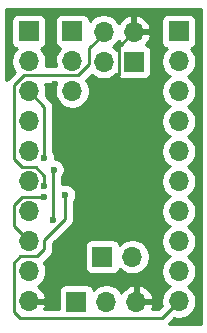
<source format=gbl>
G04 #@! TF.GenerationSoftware,KiCad,Pcbnew,(5.1.8)-1*
G04 #@! TF.CreationDate,2021-06-06T22:48:37+01:00*
G04 #@! TF.ProjectId,qfn-practice,71666e2d-7072-4616-9374-6963652e6b69,rev?*
G04 #@! TF.SameCoordinates,Original*
G04 #@! TF.FileFunction,Copper,L2,Bot*
G04 #@! TF.FilePolarity,Positive*
%FSLAX46Y46*%
G04 Gerber Fmt 4.6, Leading zero omitted, Abs format (unit mm)*
G04 Created by KiCad (PCBNEW (5.1.8)-1) date 2021-06-06 22:48:37*
%MOMM*%
%LPD*%
G01*
G04 APERTURE LIST*
G04 #@! TA.AperFunction,ComponentPad*
%ADD10R,1.700000X1.700000*%
G04 #@! TD*
G04 #@! TA.AperFunction,ComponentPad*
%ADD11O,1.700000X1.700000*%
G04 #@! TD*
G04 #@! TA.AperFunction,ViaPad*
%ADD12C,0.600000*%
G04 #@! TD*
G04 #@! TA.AperFunction,Conductor*
%ADD13C,0.250000*%
G04 #@! TD*
G04 #@! TA.AperFunction,Conductor*
%ADD14C,0.254000*%
G04 #@! TD*
G04 #@! TA.AperFunction,Conductor*
%ADD15C,0.100000*%
G04 #@! TD*
G04 APERTURE END LIST*
D10*
G04 #@! TO.P,J1,1*
G04 #@! TO.N,+3V3*
X162560000Y-58420000D03*
D11*
G04 #@! TO.P,J1,2*
G04 #@! TO.N,/P19*
X162560000Y-60960000D03*
G04 #@! TO.P,J1,3*
G04 #@! TO.N,/P18*
X162560000Y-63500000D03*
G04 #@! TO.P,J1,4*
G04 #@! TO.N,/AT_VCC_ST_PA10*
X162560000Y-66040000D03*
G04 #@! TO.P,J1,5*
G04 #@! TO.N,/AT_PB2_ST_PA9*
X162560000Y-68580000D03*
G04 #@! TO.P,J1,6*
G04 #@! TO.N,/AT_PB1_ST_VDD*
X162560000Y-71120000D03*
G04 #@! TO.P,J1,7*
G04 #@! TO.N,/AT_PB0_ST_GND*
X162560000Y-73660000D03*
G04 #@! TO.P,J1,8*
G04 #@! TO.N,/P13*
X162560000Y-76200000D03*
G04 #@! TO.P,J1,9*
G04 #@! TO.N,/P12*
X162560000Y-78740000D03*
G04 #@! TO.P,J1,10*
G04 #@! TO.N,/P11*
X162560000Y-81280000D03*
G04 #@! TD*
G04 #@! TO.P,J2,10*
G04 #@! TO.N,GND*
X149860000Y-81280000D03*
G04 #@! TO.P,J2,9*
G04 #@! TO.N,/P9*
X149860000Y-78740000D03*
G04 #@! TO.P,J2,8*
G04 #@! TO.N,/P8*
X149860000Y-76200000D03*
G04 #@! TO.P,J2,7*
G04 #@! TO.N,/AT_GND_ST_PA5*
X149860000Y-73660000D03*
G04 #@! TO.P,J2,6*
G04 #@! TO.N,/AT_PB4_ST_PA0*
X149860000Y-71120000D03*
G04 #@! TO.P,J2,5*
G04 #@! TO.N,/AT_PB3_ST_PF1*
X149860000Y-68580000D03*
G04 #@! TO.P,J2,4*
G04 #@! TO.N,/AT_PB5_!RESET_ST_PF0*
X149860000Y-66040000D03*
G04 #@! TO.P,J2,3*
G04 #@! TO.N,/P3*
X149860000Y-63500000D03*
G04 #@! TO.P,J2,2*
G04 #@! TO.N,/P2*
X149860000Y-60960000D03*
D10*
G04 #@! TO.P,J2,1*
G04 #@! TO.N,/P1*
X149860000Y-58420000D03*
G04 #@! TD*
G04 #@! TO.P,J3,1*
G04 #@! TO.N,+3V3*
X153900000Y-81300000D03*
D11*
G04 #@! TO.P,J3,2*
G04 #@! TO.N,/ST_BOOT0*
X156440000Y-81300000D03*
G04 #@! TO.P,J3,3*
G04 #@! TO.N,GND*
X158980000Y-81300000D03*
G04 #@! TD*
D10*
G04 #@! TO.P,J5,1*
G04 #@! TO.N,/ST_PA6*
X156100000Y-77500000D03*
D11*
G04 #@! TO.P,J5,2*
G04 #@! TO.N,/ST_PA7*
X158640000Y-77500000D03*
G04 #@! TD*
D10*
G04 #@! TO.P,J7,1*
G04 #@! TO.N,/ST_PB3_SCK*
X153550000Y-58400000D03*
D11*
G04 #@! TO.P,J7,2*
G04 #@! TO.N,/ST_PB4_MISO*
X153550000Y-60940000D03*
G04 #@! TO.P,J7,3*
G04 #@! TO.N,/ST_PB5_MOSI*
X153550000Y-63480000D03*
G04 #@! TD*
D10*
G04 #@! TO.P,J4,1*
G04 #@! TO.N,/ST_USART-TX*
X158740000Y-61000000D03*
D11*
G04 #@! TO.P,J4,2*
G04 #@! TO.N,/ST_USART-RX*
X156200000Y-61000000D03*
G04 #@! TO.P,J4,3*
G04 #@! TO.N,GND*
X158740000Y-58460000D03*
G04 #@! TO.P,J4,4*
G04 #@! TO.N,/ST_PA1*
X156200000Y-58460000D03*
G04 #@! TD*
D12*
G04 #@! TO.N,GND*
X154300000Y-69000000D03*
X156100000Y-69000000D03*
X156100000Y-70700000D03*
X154300000Y-70700000D03*
X155700000Y-79400000D03*
X158950000Y-79350000D03*
X159950000Y-63150000D03*
X160550000Y-73750000D03*
X158550000Y-65300000D03*
X158500000Y-73900000D03*
X155050000Y-74600000D03*
X153600000Y-79100000D03*
X151400000Y-79400000D03*
X151950000Y-80850000D03*
X164000000Y-82800000D03*
X160500000Y-56900000D03*
X151700000Y-57800000D03*
X151700000Y-59100000D03*
X148300000Y-56800000D03*
X157300000Y-62300000D03*
X153824990Y-76700000D03*
X152125010Y-62899994D03*
X152125010Y-61300000D03*
G04 #@! TO.N,+3V3*
X151900000Y-74400000D03*
X151971408Y-70128584D03*
G04 #@! TO.N,/P11*
X152950000Y-72250000D03*
G04 #@! TO.N,/P8*
X151193413Y-72406587D03*
G04 #@! TO.N,/P3*
X151183969Y-69175953D03*
G04 #@! TO.N,/ST_PA1*
X151187108Y-71475010D03*
G04 #@! TD*
D13*
G04 #@! TO.N,GND*
X158740000Y-58460000D02*
X157500000Y-59700000D01*
X157500000Y-62100000D02*
X157300000Y-62300000D01*
X157500000Y-59700000D02*
X157500000Y-62100000D01*
G04 #@! TO.N,+3V3*
X151900000Y-74400000D02*
X151900000Y-70199992D01*
X151900000Y-70199992D02*
X151971408Y-70128584D01*
G04 #@! TO.N,/P11*
X161140000Y-82700000D02*
X162560000Y-81280000D01*
X149150000Y-82700000D02*
X161140000Y-82700000D01*
X148600000Y-82150000D02*
X149150000Y-82700000D01*
X148600000Y-78000000D02*
X148600000Y-82150000D01*
X149150000Y-77450000D02*
X148600000Y-78000000D01*
X150600000Y-77450000D02*
X149150000Y-77450000D01*
X151200000Y-76050000D02*
X151200000Y-76850000D01*
X152950000Y-74300000D02*
X151200000Y-76050000D01*
X151200000Y-76850000D02*
X150600000Y-77450000D01*
X152950000Y-72250000D02*
X152950000Y-74300000D01*
G04 #@! TO.N,/P8*
X151193413Y-72406587D02*
X149293413Y-72406587D01*
X149293413Y-72406587D02*
X148600000Y-73100000D01*
X148600000Y-74940000D02*
X149860000Y-76200000D01*
X148600000Y-73100000D02*
X148600000Y-74940000D01*
G04 #@! TO.N,/P3*
X151183969Y-64823969D02*
X151183969Y-69175953D01*
X149860000Y-63500000D02*
X151183969Y-64823969D01*
G04 #@! TO.N,/ST_PA1*
X155000000Y-59860000D02*
X156400000Y-58460000D01*
X155000000Y-61200000D02*
X155000000Y-59860000D01*
X154075004Y-62124996D02*
X155000000Y-61200000D01*
X149472503Y-62124996D02*
X154075004Y-62124996D01*
X148600000Y-62997499D02*
X149472503Y-62124996D01*
X149300000Y-69900000D02*
X148600000Y-69200000D01*
X151187108Y-70634607D02*
X150452501Y-69900000D01*
X148600000Y-69200000D02*
X148600000Y-62997499D01*
X150452501Y-69900000D02*
X149300000Y-69900000D01*
X151187108Y-71475010D02*
X151187108Y-70634607D01*
G04 #@! TD*
D14*
G04 #@! TO.N,GND*
X164440001Y-83160000D02*
X161754801Y-83160000D01*
X162193592Y-82721209D01*
X162413740Y-82765000D01*
X162706260Y-82765000D01*
X162993158Y-82707932D01*
X163263411Y-82595990D01*
X163506632Y-82433475D01*
X163713475Y-82226632D01*
X163875990Y-81983411D01*
X163987932Y-81713158D01*
X164045000Y-81426260D01*
X164045000Y-81133740D01*
X163987932Y-80846842D01*
X163875990Y-80576589D01*
X163713475Y-80333368D01*
X163506632Y-80126525D01*
X163332240Y-80010000D01*
X163506632Y-79893475D01*
X163713475Y-79686632D01*
X163875990Y-79443411D01*
X163987932Y-79173158D01*
X164045000Y-78886260D01*
X164045000Y-78593740D01*
X163987932Y-78306842D01*
X163875990Y-78036589D01*
X163713475Y-77793368D01*
X163506632Y-77586525D01*
X163332240Y-77470000D01*
X163506632Y-77353475D01*
X163713475Y-77146632D01*
X163875990Y-76903411D01*
X163987932Y-76633158D01*
X164045000Y-76346260D01*
X164045000Y-76053740D01*
X163987932Y-75766842D01*
X163875990Y-75496589D01*
X163713475Y-75253368D01*
X163506632Y-75046525D01*
X163332240Y-74930000D01*
X163506632Y-74813475D01*
X163713475Y-74606632D01*
X163875990Y-74363411D01*
X163987932Y-74093158D01*
X164045000Y-73806260D01*
X164045000Y-73513740D01*
X163987932Y-73226842D01*
X163875990Y-72956589D01*
X163713475Y-72713368D01*
X163506632Y-72506525D01*
X163332240Y-72390000D01*
X163506632Y-72273475D01*
X163713475Y-72066632D01*
X163875990Y-71823411D01*
X163987932Y-71553158D01*
X164045000Y-71266260D01*
X164045000Y-70973740D01*
X163987932Y-70686842D01*
X163875990Y-70416589D01*
X163713475Y-70173368D01*
X163506632Y-69966525D01*
X163332240Y-69850000D01*
X163506632Y-69733475D01*
X163713475Y-69526632D01*
X163875990Y-69283411D01*
X163987932Y-69013158D01*
X164045000Y-68726260D01*
X164045000Y-68433740D01*
X163987932Y-68146842D01*
X163875990Y-67876589D01*
X163713475Y-67633368D01*
X163506632Y-67426525D01*
X163332240Y-67310000D01*
X163506632Y-67193475D01*
X163713475Y-66986632D01*
X163875990Y-66743411D01*
X163987932Y-66473158D01*
X164045000Y-66186260D01*
X164045000Y-65893740D01*
X163987932Y-65606842D01*
X163875990Y-65336589D01*
X163713475Y-65093368D01*
X163506632Y-64886525D01*
X163332240Y-64770000D01*
X163506632Y-64653475D01*
X163713475Y-64446632D01*
X163875990Y-64203411D01*
X163987932Y-63933158D01*
X164045000Y-63646260D01*
X164045000Y-63353740D01*
X163987932Y-63066842D01*
X163875990Y-62796589D01*
X163713475Y-62553368D01*
X163506632Y-62346525D01*
X163332240Y-62230000D01*
X163506632Y-62113475D01*
X163713475Y-61906632D01*
X163875990Y-61663411D01*
X163987932Y-61393158D01*
X164045000Y-61106260D01*
X164045000Y-60813740D01*
X163987932Y-60526842D01*
X163875990Y-60256589D01*
X163713475Y-60013368D01*
X163581620Y-59881513D01*
X163654180Y-59859502D01*
X163764494Y-59800537D01*
X163861185Y-59721185D01*
X163940537Y-59624494D01*
X163999502Y-59514180D01*
X164035812Y-59394482D01*
X164048072Y-59270000D01*
X164048072Y-57570000D01*
X164035812Y-57445518D01*
X163999502Y-57325820D01*
X163940537Y-57215506D01*
X163861185Y-57118815D01*
X163764494Y-57039463D01*
X163654180Y-56980498D01*
X163534482Y-56944188D01*
X163410000Y-56931928D01*
X161710000Y-56931928D01*
X161585518Y-56944188D01*
X161465820Y-56980498D01*
X161355506Y-57039463D01*
X161258815Y-57118815D01*
X161179463Y-57215506D01*
X161120498Y-57325820D01*
X161084188Y-57445518D01*
X161071928Y-57570000D01*
X161071928Y-59270000D01*
X161084188Y-59394482D01*
X161120498Y-59514180D01*
X161179463Y-59624494D01*
X161258815Y-59721185D01*
X161355506Y-59800537D01*
X161465820Y-59859502D01*
X161538380Y-59881513D01*
X161406525Y-60013368D01*
X161244010Y-60256589D01*
X161132068Y-60526842D01*
X161075000Y-60813740D01*
X161075000Y-61106260D01*
X161132068Y-61393158D01*
X161244010Y-61663411D01*
X161406525Y-61906632D01*
X161613368Y-62113475D01*
X161787760Y-62230000D01*
X161613368Y-62346525D01*
X161406525Y-62553368D01*
X161244010Y-62796589D01*
X161132068Y-63066842D01*
X161075000Y-63353740D01*
X161075000Y-63646260D01*
X161132068Y-63933158D01*
X161244010Y-64203411D01*
X161406525Y-64446632D01*
X161613368Y-64653475D01*
X161787760Y-64770000D01*
X161613368Y-64886525D01*
X161406525Y-65093368D01*
X161244010Y-65336589D01*
X161132068Y-65606842D01*
X161075000Y-65893740D01*
X161075000Y-66186260D01*
X161132068Y-66473158D01*
X161244010Y-66743411D01*
X161406525Y-66986632D01*
X161613368Y-67193475D01*
X161787760Y-67310000D01*
X161613368Y-67426525D01*
X161406525Y-67633368D01*
X161244010Y-67876589D01*
X161132068Y-68146842D01*
X161075000Y-68433740D01*
X161075000Y-68726260D01*
X161132068Y-69013158D01*
X161244010Y-69283411D01*
X161406525Y-69526632D01*
X161613368Y-69733475D01*
X161787760Y-69850000D01*
X161613368Y-69966525D01*
X161406525Y-70173368D01*
X161244010Y-70416589D01*
X161132068Y-70686842D01*
X161075000Y-70973740D01*
X161075000Y-71266260D01*
X161132068Y-71553158D01*
X161244010Y-71823411D01*
X161406525Y-72066632D01*
X161613368Y-72273475D01*
X161787760Y-72390000D01*
X161613368Y-72506525D01*
X161406525Y-72713368D01*
X161244010Y-72956589D01*
X161132068Y-73226842D01*
X161075000Y-73513740D01*
X161075000Y-73806260D01*
X161132068Y-74093158D01*
X161244010Y-74363411D01*
X161406525Y-74606632D01*
X161613368Y-74813475D01*
X161787760Y-74930000D01*
X161613368Y-75046525D01*
X161406525Y-75253368D01*
X161244010Y-75496589D01*
X161132068Y-75766842D01*
X161075000Y-76053740D01*
X161075000Y-76346260D01*
X161132068Y-76633158D01*
X161244010Y-76903411D01*
X161406525Y-77146632D01*
X161613368Y-77353475D01*
X161787760Y-77470000D01*
X161613368Y-77586525D01*
X161406525Y-77793368D01*
X161244010Y-78036589D01*
X161132068Y-78306842D01*
X161075000Y-78593740D01*
X161075000Y-78886260D01*
X161132068Y-79173158D01*
X161244010Y-79443411D01*
X161406525Y-79686632D01*
X161613368Y-79893475D01*
X161787760Y-80010000D01*
X161613368Y-80126525D01*
X161406525Y-80333368D01*
X161244010Y-80576589D01*
X161132068Y-80846842D01*
X161075000Y-81133740D01*
X161075000Y-81426260D01*
X161118791Y-81646408D01*
X160825199Y-81940000D01*
X160318946Y-81940000D01*
X160324157Y-81931252D01*
X160421481Y-81656891D01*
X160300814Y-81427000D01*
X159107000Y-81427000D01*
X159107000Y-81447000D01*
X158853000Y-81447000D01*
X158853000Y-81427000D01*
X158833000Y-81427000D01*
X158833000Y-81173000D01*
X158853000Y-81173000D01*
X158853000Y-79979845D01*
X159107000Y-79979845D01*
X159107000Y-81173000D01*
X160300814Y-81173000D01*
X160421481Y-80943109D01*
X160324157Y-80668748D01*
X160175178Y-80418645D01*
X159980269Y-80202412D01*
X159746920Y-80028359D01*
X159484099Y-79903175D01*
X159336890Y-79858524D01*
X159107000Y-79979845D01*
X158853000Y-79979845D01*
X158623110Y-79858524D01*
X158475901Y-79903175D01*
X158213080Y-80028359D01*
X157979731Y-80202412D01*
X157784822Y-80418645D01*
X157715195Y-80535534D01*
X157593475Y-80353368D01*
X157386632Y-80146525D01*
X157143411Y-79984010D01*
X156873158Y-79872068D01*
X156586260Y-79815000D01*
X156293740Y-79815000D01*
X156006842Y-79872068D01*
X155736589Y-79984010D01*
X155493368Y-80146525D01*
X155361513Y-80278380D01*
X155339502Y-80205820D01*
X155280537Y-80095506D01*
X155201185Y-79998815D01*
X155104494Y-79919463D01*
X154994180Y-79860498D01*
X154874482Y-79824188D01*
X154750000Y-79811928D01*
X153050000Y-79811928D01*
X152925518Y-79824188D01*
X152805820Y-79860498D01*
X152695506Y-79919463D01*
X152598815Y-79998815D01*
X152519463Y-80095506D01*
X152460498Y-80205820D01*
X152424188Y-80325518D01*
X152411928Y-80450000D01*
X152411928Y-81940000D01*
X151182568Y-81940000D01*
X151256825Y-81784099D01*
X151301476Y-81636890D01*
X151180155Y-81407000D01*
X149987000Y-81407000D01*
X149987000Y-81427000D01*
X149733000Y-81427000D01*
X149733000Y-81407000D01*
X149713000Y-81407000D01*
X149713000Y-81153000D01*
X149733000Y-81153000D01*
X149733000Y-81133000D01*
X149987000Y-81133000D01*
X149987000Y-81153000D01*
X151180155Y-81153000D01*
X151301476Y-80923110D01*
X151256825Y-80775901D01*
X151131641Y-80513080D01*
X150957588Y-80279731D01*
X150741355Y-80084822D01*
X150624466Y-80015195D01*
X150806632Y-79893475D01*
X151013475Y-79686632D01*
X151175990Y-79443411D01*
X151287932Y-79173158D01*
X151345000Y-78886260D01*
X151345000Y-78593740D01*
X151287932Y-78306842D01*
X151175990Y-78036589D01*
X151142680Y-77986737D01*
X151163803Y-77960998D01*
X151711002Y-77413800D01*
X151740001Y-77390001D01*
X151813031Y-77301014D01*
X151834974Y-77274277D01*
X151905546Y-77142247D01*
X151928419Y-77066842D01*
X151949003Y-76998986D01*
X151960000Y-76887333D01*
X151960000Y-76887324D01*
X151963676Y-76850001D01*
X151960000Y-76812678D01*
X151960000Y-76650000D01*
X154611928Y-76650000D01*
X154611928Y-78350000D01*
X154624188Y-78474482D01*
X154660498Y-78594180D01*
X154719463Y-78704494D01*
X154798815Y-78801185D01*
X154895506Y-78880537D01*
X155005820Y-78939502D01*
X155125518Y-78975812D01*
X155250000Y-78988072D01*
X156950000Y-78988072D01*
X157074482Y-78975812D01*
X157194180Y-78939502D01*
X157304494Y-78880537D01*
X157401185Y-78801185D01*
X157480537Y-78704494D01*
X157539502Y-78594180D01*
X157561513Y-78521620D01*
X157693368Y-78653475D01*
X157936589Y-78815990D01*
X158206842Y-78927932D01*
X158493740Y-78985000D01*
X158786260Y-78985000D01*
X159073158Y-78927932D01*
X159343411Y-78815990D01*
X159586632Y-78653475D01*
X159793475Y-78446632D01*
X159955990Y-78203411D01*
X160067932Y-77933158D01*
X160125000Y-77646260D01*
X160125000Y-77353740D01*
X160067932Y-77066842D01*
X159955990Y-76796589D01*
X159793475Y-76553368D01*
X159586632Y-76346525D01*
X159343411Y-76184010D01*
X159073158Y-76072068D01*
X158786260Y-76015000D01*
X158493740Y-76015000D01*
X158206842Y-76072068D01*
X157936589Y-76184010D01*
X157693368Y-76346525D01*
X157561513Y-76478380D01*
X157539502Y-76405820D01*
X157480537Y-76295506D01*
X157401185Y-76198815D01*
X157304494Y-76119463D01*
X157194180Y-76060498D01*
X157074482Y-76024188D01*
X156950000Y-76011928D01*
X155250000Y-76011928D01*
X155125518Y-76024188D01*
X155005820Y-76060498D01*
X154895506Y-76119463D01*
X154798815Y-76198815D01*
X154719463Y-76295506D01*
X154660498Y-76405820D01*
X154624188Y-76525518D01*
X154611928Y-76650000D01*
X151960000Y-76650000D01*
X151960000Y-76364801D01*
X153461003Y-74863799D01*
X153490001Y-74840001D01*
X153584974Y-74724276D01*
X153655546Y-74592247D01*
X153699003Y-74448986D01*
X153710000Y-74337333D01*
X153710000Y-74337325D01*
X153713676Y-74300000D01*
X153710000Y-74262675D01*
X153710000Y-72795535D01*
X153778586Y-72692889D01*
X153849068Y-72522729D01*
X153885000Y-72342089D01*
X153885000Y-72157911D01*
X153849068Y-71977271D01*
X153778586Y-71807111D01*
X153676262Y-71653972D01*
X153546028Y-71523738D01*
X153392889Y-71421414D01*
X153222729Y-71350932D01*
X153042089Y-71315000D01*
X152857911Y-71315000D01*
X152677271Y-71350932D01*
X152660000Y-71358086D01*
X152660000Y-70762282D01*
X152697670Y-70724612D01*
X152799994Y-70571473D01*
X152870476Y-70401313D01*
X152906408Y-70220673D01*
X152906408Y-70036495D01*
X152870476Y-69855855D01*
X152799994Y-69685695D01*
X152697670Y-69532556D01*
X152567436Y-69402322D01*
X152414297Y-69299998D01*
X152244137Y-69229516D01*
X152118969Y-69204618D01*
X152118969Y-69083864D01*
X152083037Y-68903224D01*
X152012555Y-68733064D01*
X151943969Y-68630418D01*
X151943969Y-64861292D01*
X151947645Y-64823969D01*
X151943969Y-64786646D01*
X151943969Y-64786636D01*
X151932972Y-64674983D01*
X151889515Y-64531722D01*
X151844033Y-64446632D01*
X151818943Y-64399692D01*
X151747768Y-64312966D01*
X151723970Y-64283968D01*
X151694973Y-64260171D01*
X151301210Y-63866408D01*
X151345000Y-63646260D01*
X151345000Y-63353740D01*
X151287932Y-63066842D01*
X151212609Y-62884996D01*
X152189107Y-62884996D01*
X152122068Y-63046842D01*
X152065000Y-63333740D01*
X152065000Y-63626260D01*
X152122068Y-63913158D01*
X152234010Y-64183411D01*
X152396525Y-64426632D01*
X152603368Y-64633475D01*
X152846589Y-64795990D01*
X153116842Y-64907932D01*
X153403740Y-64965000D01*
X153696260Y-64965000D01*
X153983158Y-64907932D01*
X154253411Y-64795990D01*
X154496632Y-64633475D01*
X154703475Y-64426632D01*
X154865990Y-64183411D01*
X154977932Y-63913158D01*
X155035000Y-63626260D01*
X155035000Y-63333740D01*
X154977932Y-63046842D01*
X154865990Y-62776589D01*
X154718679Y-62556122D01*
X155187347Y-62087454D01*
X155253368Y-62153475D01*
X155496589Y-62315990D01*
X155766842Y-62427932D01*
X156053740Y-62485000D01*
X156346260Y-62485000D01*
X156633158Y-62427932D01*
X156903411Y-62315990D01*
X157146632Y-62153475D01*
X157278487Y-62021620D01*
X157300498Y-62094180D01*
X157359463Y-62204494D01*
X157438815Y-62301185D01*
X157535506Y-62380537D01*
X157645820Y-62439502D01*
X157765518Y-62475812D01*
X157890000Y-62488072D01*
X159590000Y-62488072D01*
X159714482Y-62475812D01*
X159834180Y-62439502D01*
X159944494Y-62380537D01*
X160041185Y-62301185D01*
X160120537Y-62204494D01*
X160179502Y-62094180D01*
X160215812Y-61974482D01*
X160228072Y-61850000D01*
X160228072Y-60150000D01*
X160215812Y-60025518D01*
X160179502Y-59905820D01*
X160120537Y-59795506D01*
X160041185Y-59698815D01*
X159944494Y-59619463D01*
X159834180Y-59560498D01*
X159753534Y-59536034D01*
X159837588Y-59460269D01*
X160011641Y-59226920D01*
X160136825Y-58964099D01*
X160181476Y-58816890D01*
X160060155Y-58587000D01*
X158867000Y-58587000D01*
X158867000Y-58607000D01*
X158613000Y-58607000D01*
X158613000Y-58587000D01*
X158593000Y-58587000D01*
X158593000Y-58333000D01*
X158613000Y-58333000D01*
X158613000Y-57139186D01*
X158867000Y-57139186D01*
X158867000Y-58333000D01*
X160060155Y-58333000D01*
X160181476Y-58103110D01*
X160136825Y-57955901D01*
X160011641Y-57693080D01*
X159837588Y-57459731D01*
X159621355Y-57264822D01*
X159371252Y-57115843D01*
X159096891Y-57018519D01*
X158867000Y-57139186D01*
X158613000Y-57139186D01*
X158383109Y-57018519D01*
X158108748Y-57115843D01*
X157858645Y-57264822D01*
X157642412Y-57459731D01*
X157471100Y-57689406D01*
X157353475Y-57513368D01*
X157146632Y-57306525D01*
X156903411Y-57144010D01*
X156633158Y-57032068D01*
X156346260Y-56975000D01*
X156053740Y-56975000D01*
X155766842Y-57032068D01*
X155496589Y-57144010D01*
X155253368Y-57306525D01*
X155046525Y-57513368D01*
X155036014Y-57529100D01*
X155025812Y-57425518D01*
X154989502Y-57305820D01*
X154930537Y-57195506D01*
X154851185Y-57098815D01*
X154754494Y-57019463D01*
X154644180Y-56960498D01*
X154524482Y-56924188D01*
X154400000Y-56911928D01*
X152700000Y-56911928D01*
X152575518Y-56924188D01*
X152455820Y-56960498D01*
X152345506Y-57019463D01*
X152248815Y-57098815D01*
X152169463Y-57195506D01*
X152110498Y-57305820D01*
X152074188Y-57425518D01*
X152061928Y-57550000D01*
X152061928Y-59250000D01*
X152074188Y-59374482D01*
X152110498Y-59494180D01*
X152169463Y-59604494D01*
X152248815Y-59701185D01*
X152345506Y-59780537D01*
X152455820Y-59839502D01*
X152528380Y-59861513D01*
X152396525Y-59993368D01*
X152234010Y-60236589D01*
X152122068Y-60506842D01*
X152065000Y-60793740D01*
X152065000Y-61086260D01*
X152120444Y-61364996D01*
X151293534Y-61364996D01*
X151345000Y-61106260D01*
X151345000Y-60813740D01*
X151287932Y-60526842D01*
X151175990Y-60256589D01*
X151013475Y-60013368D01*
X150881620Y-59881513D01*
X150954180Y-59859502D01*
X151064494Y-59800537D01*
X151161185Y-59721185D01*
X151240537Y-59624494D01*
X151299502Y-59514180D01*
X151335812Y-59394482D01*
X151348072Y-59270000D01*
X151348072Y-57570000D01*
X151335812Y-57445518D01*
X151299502Y-57325820D01*
X151240537Y-57215506D01*
X151161185Y-57118815D01*
X151064494Y-57039463D01*
X150954180Y-56980498D01*
X150834482Y-56944188D01*
X150710000Y-56931928D01*
X149010000Y-56931928D01*
X148885518Y-56944188D01*
X148765820Y-56980498D01*
X148655506Y-57039463D01*
X148558815Y-57118815D01*
X148479463Y-57215506D01*
X148420498Y-57325820D01*
X148384188Y-57445518D01*
X148371928Y-57570000D01*
X148371928Y-59270000D01*
X148384188Y-59394482D01*
X148420498Y-59514180D01*
X148479463Y-59624494D01*
X148558815Y-59721185D01*
X148655506Y-59800537D01*
X148765820Y-59859502D01*
X148838380Y-59881513D01*
X148706525Y-60013368D01*
X148544010Y-60256589D01*
X148432068Y-60526842D01*
X148375000Y-60813740D01*
X148375000Y-61106260D01*
X148432068Y-61393158D01*
X148544010Y-61663411D01*
X148670292Y-61852405D01*
X148088998Y-62433700D01*
X148060000Y-62457498D01*
X148036202Y-62486496D01*
X148036201Y-62486497D01*
X147980000Y-62554977D01*
X147980000Y-56540000D01*
X164440000Y-56540000D01*
X164440001Y-83160000D01*
G04 #@! TA.AperFunction,Conductor*
D15*
G36*
X164440001Y-83160000D02*
G01*
X161754801Y-83160000D01*
X162193592Y-82721209D01*
X162413740Y-82765000D01*
X162706260Y-82765000D01*
X162993158Y-82707932D01*
X163263411Y-82595990D01*
X163506632Y-82433475D01*
X163713475Y-82226632D01*
X163875990Y-81983411D01*
X163987932Y-81713158D01*
X164045000Y-81426260D01*
X164045000Y-81133740D01*
X163987932Y-80846842D01*
X163875990Y-80576589D01*
X163713475Y-80333368D01*
X163506632Y-80126525D01*
X163332240Y-80010000D01*
X163506632Y-79893475D01*
X163713475Y-79686632D01*
X163875990Y-79443411D01*
X163987932Y-79173158D01*
X164045000Y-78886260D01*
X164045000Y-78593740D01*
X163987932Y-78306842D01*
X163875990Y-78036589D01*
X163713475Y-77793368D01*
X163506632Y-77586525D01*
X163332240Y-77470000D01*
X163506632Y-77353475D01*
X163713475Y-77146632D01*
X163875990Y-76903411D01*
X163987932Y-76633158D01*
X164045000Y-76346260D01*
X164045000Y-76053740D01*
X163987932Y-75766842D01*
X163875990Y-75496589D01*
X163713475Y-75253368D01*
X163506632Y-75046525D01*
X163332240Y-74930000D01*
X163506632Y-74813475D01*
X163713475Y-74606632D01*
X163875990Y-74363411D01*
X163987932Y-74093158D01*
X164045000Y-73806260D01*
X164045000Y-73513740D01*
X163987932Y-73226842D01*
X163875990Y-72956589D01*
X163713475Y-72713368D01*
X163506632Y-72506525D01*
X163332240Y-72390000D01*
X163506632Y-72273475D01*
X163713475Y-72066632D01*
X163875990Y-71823411D01*
X163987932Y-71553158D01*
X164045000Y-71266260D01*
X164045000Y-70973740D01*
X163987932Y-70686842D01*
X163875990Y-70416589D01*
X163713475Y-70173368D01*
X163506632Y-69966525D01*
X163332240Y-69850000D01*
X163506632Y-69733475D01*
X163713475Y-69526632D01*
X163875990Y-69283411D01*
X163987932Y-69013158D01*
X164045000Y-68726260D01*
X164045000Y-68433740D01*
X163987932Y-68146842D01*
X163875990Y-67876589D01*
X163713475Y-67633368D01*
X163506632Y-67426525D01*
X163332240Y-67310000D01*
X163506632Y-67193475D01*
X163713475Y-66986632D01*
X163875990Y-66743411D01*
X163987932Y-66473158D01*
X164045000Y-66186260D01*
X164045000Y-65893740D01*
X163987932Y-65606842D01*
X163875990Y-65336589D01*
X163713475Y-65093368D01*
X163506632Y-64886525D01*
X163332240Y-64770000D01*
X163506632Y-64653475D01*
X163713475Y-64446632D01*
X163875990Y-64203411D01*
X163987932Y-63933158D01*
X164045000Y-63646260D01*
X164045000Y-63353740D01*
X163987932Y-63066842D01*
X163875990Y-62796589D01*
X163713475Y-62553368D01*
X163506632Y-62346525D01*
X163332240Y-62230000D01*
X163506632Y-62113475D01*
X163713475Y-61906632D01*
X163875990Y-61663411D01*
X163987932Y-61393158D01*
X164045000Y-61106260D01*
X164045000Y-60813740D01*
X163987932Y-60526842D01*
X163875990Y-60256589D01*
X163713475Y-60013368D01*
X163581620Y-59881513D01*
X163654180Y-59859502D01*
X163764494Y-59800537D01*
X163861185Y-59721185D01*
X163940537Y-59624494D01*
X163999502Y-59514180D01*
X164035812Y-59394482D01*
X164048072Y-59270000D01*
X164048072Y-57570000D01*
X164035812Y-57445518D01*
X163999502Y-57325820D01*
X163940537Y-57215506D01*
X163861185Y-57118815D01*
X163764494Y-57039463D01*
X163654180Y-56980498D01*
X163534482Y-56944188D01*
X163410000Y-56931928D01*
X161710000Y-56931928D01*
X161585518Y-56944188D01*
X161465820Y-56980498D01*
X161355506Y-57039463D01*
X161258815Y-57118815D01*
X161179463Y-57215506D01*
X161120498Y-57325820D01*
X161084188Y-57445518D01*
X161071928Y-57570000D01*
X161071928Y-59270000D01*
X161084188Y-59394482D01*
X161120498Y-59514180D01*
X161179463Y-59624494D01*
X161258815Y-59721185D01*
X161355506Y-59800537D01*
X161465820Y-59859502D01*
X161538380Y-59881513D01*
X161406525Y-60013368D01*
X161244010Y-60256589D01*
X161132068Y-60526842D01*
X161075000Y-60813740D01*
X161075000Y-61106260D01*
X161132068Y-61393158D01*
X161244010Y-61663411D01*
X161406525Y-61906632D01*
X161613368Y-62113475D01*
X161787760Y-62230000D01*
X161613368Y-62346525D01*
X161406525Y-62553368D01*
X161244010Y-62796589D01*
X161132068Y-63066842D01*
X161075000Y-63353740D01*
X161075000Y-63646260D01*
X161132068Y-63933158D01*
X161244010Y-64203411D01*
X161406525Y-64446632D01*
X161613368Y-64653475D01*
X161787760Y-64770000D01*
X161613368Y-64886525D01*
X161406525Y-65093368D01*
X161244010Y-65336589D01*
X161132068Y-65606842D01*
X161075000Y-65893740D01*
X161075000Y-66186260D01*
X161132068Y-66473158D01*
X161244010Y-66743411D01*
X161406525Y-66986632D01*
X161613368Y-67193475D01*
X161787760Y-67310000D01*
X161613368Y-67426525D01*
X161406525Y-67633368D01*
X161244010Y-67876589D01*
X161132068Y-68146842D01*
X161075000Y-68433740D01*
X161075000Y-68726260D01*
X161132068Y-69013158D01*
X161244010Y-69283411D01*
X161406525Y-69526632D01*
X161613368Y-69733475D01*
X161787760Y-69850000D01*
X161613368Y-69966525D01*
X161406525Y-70173368D01*
X161244010Y-70416589D01*
X161132068Y-70686842D01*
X161075000Y-70973740D01*
X161075000Y-71266260D01*
X161132068Y-71553158D01*
X161244010Y-71823411D01*
X161406525Y-72066632D01*
X161613368Y-72273475D01*
X161787760Y-72390000D01*
X161613368Y-72506525D01*
X161406525Y-72713368D01*
X161244010Y-72956589D01*
X161132068Y-73226842D01*
X161075000Y-73513740D01*
X161075000Y-73806260D01*
X161132068Y-74093158D01*
X161244010Y-74363411D01*
X161406525Y-74606632D01*
X161613368Y-74813475D01*
X161787760Y-74930000D01*
X161613368Y-75046525D01*
X161406525Y-75253368D01*
X161244010Y-75496589D01*
X161132068Y-75766842D01*
X161075000Y-76053740D01*
X161075000Y-76346260D01*
X161132068Y-76633158D01*
X161244010Y-76903411D01*
X161406525Y-77146632D01*
X161613368Y-77353475D01*
X161787760Y-77470000D01*
X161613368Y-77586525D01*
X161406525Y-77793368D01*
X161244010Y-78036589D01*
X161132068Y-78306842D01*
X161075000Y-78593740D01*
X161075000Y-78886260D01*
X161132068Y-79173158D01*
X161244010Y-79443411D01*
X161406525Y-79686632D01*
X161613368Y-79893475D01*
X161787760Y-80010000D01*
X161613368Y-80126525D01*
X161406525Y-80333368D01*
X161244010Y-80576589D01*
X161132068Y-80846842D01*
X161075000Y-81133740D01*
X161075000Y-81426260D01*
X161118791Y-81646408D01*
X160825199Y-81940000D01*
X160318946Y-81940000D01*
X160324157Y-81931252D01*
X160421481Y-81656891D01*
X160300814Y-81427000D01*
X159107000Y-81427000D01*
X159107000Y-81447000D01*
X158853000Y-81447000D01*
X158853000Y-81427000D01*
X158833000Y-81427000D01*
X158833000Y-81173000D01*
X158853000Y-81173000D01*
X158853000Y-79979845D01*
X159107000Y-79979845D01*
X159107000Y-81173000D01*
X160300814Y-81173000D01*
X160421481Y-80943109D01*
X160324157Y-80668748D01*
X160175178Y-80418645D01*
X159980269Y-80202412D01*
X159746920Y-80028359D01*
X159484099Y-79903175D01*
X159336890Y-79858524D01*
X159107000Y-79979845D01*
X158853000Y-79979845D01*
X158623110Y-79858524D01*
X158475901Y-79903175D01*
X158213080Y-80028359D01*
X157979731Y-80202412D01*
X157784822Y-80418645D01*
X157715195Y-80535534D01*
X157593475Y-80353368D01*
X157386632Y-80146525D01*
X157143411Y-79984010D01*
X156873158Y-79872068D01*
X156586260Y-79815000D01*
X156293740Y-79815000D01*
X156006842Y-79872068D01*
X155736589Y-79984010D01*
X155493368Y-80146525D01*
X155361513Y-80278380D01*
X155339502Y-80205820D01*
X155280537Y-80095506D01*
X155201185Y-79998815D01*
X155104494Y-79919463D01*
X154994180Y-79860498D01*
X154874482Y-79824188D01*
X154750000Y-79811928D01*
X153050000Y-79811928D01*
X152925518Y-79824188D01*
X152805820Y-79860498D01*
X152695506Y-79919463D01*
X152598815Y-79998815D01*
X152519463Y-80095506D01*
X152460498Y-80205820D01*
X152424188Y-80325518D01*
X152411928Y-80450000D01*
X152411928Y-81940000D01*
X151182568Y-81940000D01*
X151256825Y-81784099D01*
X151301476Y-81636890D01*
X151180155Y-81407000D01*
X149987000Y-81407000D01*
X149987000Y-81427000D01*
X149733000Y-81427000D01*
X149733000Y-81407000D01*
X149713000Y-81407000D01*
X149713000Y-81153000D01*
X149733000Y-81153000D01*
X149733000Y-81133000D01*
X149987000Y-81133000D01*
X149987000Y-81153000D01*
X151180155Y-81153000D01*
X151301476Y-80923110D01*
X151256825Y-80775901D01*
X151131641Y-80513080D01*
X150957588Y-80279731D01*
X150741355Y-80084822D01*
X150624466Y-80015195D01*
X150806632Y-79893475D01*
X151013475Y-79686632D01*
X151175990Y-79443411D01*
X151287932Y-79173158D01*
X151345000Y-78886260D01*
X151345000Y-78593740D01*
X151287932Y-78306842D01*
X151175990Y-78036589D01*
X151142680Y-77986737D01*
X151163803Y-77960998D01*
X151711002Y-77413800D01*
X151740001Y-77390001D01*
X151813031Y-77301014D01*
X151834974Y-77274277D01*
X151905546Y-77142247D01*
X151928419Y-77066842D01*
X151949003Y-76998986D01*
X151960000Y-76887333D01*
X151960000Y-76887324D01*
X151963676Y-76850001D01*
X151960000Y-76812678D01*
X151960000Y-76650000D01*
X154611928Y-76650000D01*
X154611928Y-78350000D01*
X154624188Y-78474482D01*
X154660498Y-78594180D01*
X154719463Y-78704494D01*
X154798815Y-78801185D01*
X154895506Y-78880537D01*
X155005820Y-78939502D01*
X155125518Y-78975812D01*
X155250000Y-78988072D01*
X156950000Y-78988072D01*
X157074482Y-78975812D01*
X157194180Y-78939502D01*
X157304494Y-78880537D01*
X157401185Y-78801185D01*
X157480537Y-78704494D01*
X157539502Y-78594180D01*
X157561513Y-78521620D01*
X157693368Y-78653475D01*
X157936589Y-78815990D01*
X158206842Y-78927932D01*
X158493740Y-78985000D01*
X158786260Y-78985000D01*
X159073158Y-78927932D01*
X159343411Y-78815990D01*
X159586632Y-78653475D01*
X159793475Y-78446632D01*
X159955990Y-78203411D01*
X160067932Y-77933158D01*
X160125000Y-77646260D01*
X160125000Y-77353740D01*
X160067932Y-77066842D01*
X159955990Y-76796589D01*
X159793475Y-76553368D01*
X159586632Y-76346525D01*
X159343411Y-76184010D01*
X159073158Y-76072068D01*
X158786260Y-76015000D01*
X158493740Y-76015000D01*
X158206842Y-76072068D01*
X157936589Y-76184010D01*
X157693368Y-76346525D01*
X157561513Y-76478380D01*
X157539502Y-76405820D01*
X157480537Y-76295506D01*
X157401185Y-76198815D01*
X157304494Y-76119463D01*
X157194180Y-76060498D01*
X157074482Y-76024188D01*
X156950000Y-76011928D01*
X155250000Y-76011928D01*
X155125518Y-76024188D01*
X155005820Y-76060498D01*
X154895506Y-76119463D01*
X154798815Y-76198815D01*
X154719463Y-76295506D01*
X154660498Y-76405820D01*
X154624188Y-76525518D01*
X154611928Y-76650000D01*
X151960000Y-76650000D01*
X151960000Y-76364801D01*
X153461003Y-74863799D01*
X153490001Y-74840001D01*
X153584974Y-74724276D01*
X153655546Y-74592247D01*
X153699003Y-74448986D01*
X153710000Y-74337333D01*
X153710000Y-74337325D01*
X153713676Y-74300000D01*
X153710000Y-74262675D01*
X153710000Y-72795535D01*
X153778586Y-72692889D01*
X153849068Y-72522729D01*
X153885000Y-72342089D01*
X153885000Y-72157911D01*
X153849068Y-71977271D01*
X153778586Y-71807111D01*
X153676262Y-71653972D01*
X153546028Y-71523738D01*
X153392889Y-71421414D01*
X153222729Y-71350932D01*
X153042089Y-71315000D01*
X152857911Y-71315000D01*
X152677271Y-71350932D01*
X152660000Y-71358086D01*
X152660000Y-70762282D01*
X152697670Y-70724612D01*
X152799994Y-70571473D01*
X152870476Y-70401313D01*
X152906408Y-70220673D01*
X152906408Y-70036495D01*
X152870476Y-69855855D01*
X152799994Y-69685695D01*
X152697670Y-69532556D01*
X152567436Y-69402322D01*
X152414297Y-69299998D01*
X152244137Y-69229516D01*
X152118969Y-69204618D01*
X152118969Y-69083864D01*
X152083037Y-68903224D01*
X152012555Y-68733064D01*
X151943969Y-68630418D01*
X151943969Y-64861292D01*
X151947645Y-64823969D01*
X151943969Y-64786646D01*
X151943969Y-64786636D01*
X151932972Y-64674983D01*
X151889515Y-64531722D01*
X151844033Y-64446632D01*
X151818943Y-64399692D01*
X151747768Y-64312966D01*
X151723970Y-64283968D01*
X151694973Y-64260171D01*
X151301210Y-63866408D01*
X151345000Y-63646260D01*
X151345000Y-63353740D01*
X151287932Y-63066842D01*
X151212609Y-62884996D01*
X152189107Y-62884996D01*
X152122068Y-63046842D01*
X152065000Y-63333740D01*
X152065000Y-63626260D01*
X152122068Y-63913158D01*
X152234010Y-64183411D01*
X152396525Y-64426632D01*
X152603368Y-64633475D01*
X152846589Y-64795990D01*
X153116842Y-64907932D01*
X153403740Y-64965000D01*
X153696260Y-64965000D01*
X153983158Y-64907932D01*
X154253411Y-64795990D01*
X154496632Y-64633475D01*
X154703475Y-64426632D01*
X154865990Y-64183411D01*
X154977932Y-63913158D01*
X155035000Y-63626260D01*
X155035000Y-63333740D01*
X154977932Y-63046842D01*
X154865990Y-62776589D01*
X154718679Y-62556122D01*
X155187347Y-62087454D01*
X155253368Y-62153475D01*
X155496589Y-62315990D01*
X155766842Y-62427932D01*
X156053740Y-62485000D01*
X156346260Y-62485000D01*
X156633158Y-62427932D01*
X156903411Y-62315990D01*
X157146632Y-62153475D01*
X157278487Y-62021620D01*
X157300498Y-62094180D01*
X157359463Y-62204494D01*
X157438815Y-62301185D01*
X157535506Y-62380537D01*
X157645820Y-62439502D01*
X157765518Y-62475812D01*
X157890000Y-62488072D01*
X159590000Y-62488072D01*
X159714482Y-62475812D01*
X159834180Y-62439502D01*
X159944494Y-62380537D01*
X160041185Y-62301185D01*
X160120537Y-62204494D01*
X160179502Y-62094180D01*
X160215812Y-61974482D01*
X160228072Y-61850000D01*
X160228072Y-60150000D01*
X160215812Y-60025518D01*
X160179502Y-59905820D01*
X160120537Y-59795506D01*
X160041185Y-59698815D01*
X159944494Y-59619463D01*
X159834180Y-59560498D01*
X159753534Y-59536034D01*
X159837588Y-59460269D01*
X160011641Y-59226920D01*
X160136825Y-58964099D01*
X160181476Y-58816890D01*
X160060155Y-58587000D01*
X158867000Y-58587000D01*
X158867000Y-58607000D01*
X158613000Y-58607000D01*
X158613000Y-58587000D01*
X158593000Y-58587000D01*
X158593000Y-58333000D01*
X158613000Y-58333000D01*
X158613000Y-57139186D01*
X158867000Y-57139186D01*
X158867000Y-58333000D01*
X160060155Y-58333000D01*
X160181476Y-58103110D01*
X160136825Y-57955901D01*
X160011641Y-57693080D01*
X159837588Y-57459731D01*
X159621355Y-57264822D01*
X159371252Y-57115843D01*
X159096891Y-57018519D01*
X158867000Y-57139186D01*
X158613000Y-57139186D01*
X158383109Y-57018519D01*
X158108748Y-57115843D01*
X157858645Y-57264822D01*
X157642412Y-57459731D01*
X157471100Y-57689406D01*
X157353475Y-57513368D01*
X157146632Y-57306525D01*
X156903411Y-57144010D01*
X156633158Y-57032068D01*
X156346260Y-56975000D01*
X156053740Y-56975000D01*
X155766842Y-57032068D01*
X155496589Y-57144010D01*
X155253368Y-57306525D01*
X155046525Y-57513368D01*
X155036014Y-57529100D01*
X155025812Y-57425518D01*
X154989502Y-57305820D01*
X154930537Y-57195506D01*
X154851185Y-57098815D01*
X154754494Y-57019463D01*
X154644180Y-56960498D01*
X154524482Y-56924188D01*
X154400000Y-56911928D01*
X152700000Y-56911928D01*
X152575518Y-56924188D01*
X152455820Y-56960498D01*
X152345506Y-57019463D01*
X152248815Y-57098815D01*
X152169463Y-57195506D01*
X152110498Y-57305820D01*
X152074188Y-57425518D01*
X152061928Y-57550000D01*
X152061928Y-59250000D01*
X152074188Y-59374482D01*
X152110498Y-59494180D01*
X152169463Y-59604494D01*
X152248815Y-59701185D01*
X152345506Y-59780537D01*
X152455820Y-59839502D01*
X152528380Y-59861513D01*
X152396525Y-59993368D01*
X152234010Y-60236589D01*
X152122068Y-60506842D01*
X152065000Y-60793740D01*
X152065000Y-61086260D01*
X152120444Y-61364996D01*
X151293534Y-61364996D01*
X151345000Y-61106260D01*
X151345000Y-60813740D01*
X151287932Y-60526842D01*
X151175990Y-60256589D01*
X151013475Y-60013368D01*
X150881620Y-59881513D01*
X150954180Y-59859502D01*
X151064494Y-59800537D01*
X151161185Y-59721185D01*
X151240537Y-59624494D01*
X151299502Y-59514180D01*
X151335812Y-59394482D01*
X151348072Y-59270000D01*
X151348072Y-57570000D01*
X151335812Y-57445518D01*
X151299502Y-57325820D01*
X151240537Y-57215506D01*
X151161185Y-57118815D01*
X151064494Y-57039463D01*
X150954180Y-56980498D01*
X150834482Y-56944188D01*
X150710000Y-56931928D01*
X149010000Y-56931928D01*
X148885518Y-56944188D01*
X148765820Y-56980498D01*
X148655506Y-57039463D01*
X148558815Y-57118815D01*
X148479463Y-57215506D01*
X148420498Y-57325820D01*
X148384188Y-57445518D01*
X148371928Y-57570000D01*
X148371928Y-59270000D01*
X148384188Y-59394482D01*
X148420498Y-59514180D01*
X148479463Y-59624494D01*
X148558815Y-59721185D01*
X148655506Y-59800537D01*
X148765820Y-59859502D01*
X148838380Y-59881513D01*
X148706525Y-60013368D01*
X148544010Y-60256589D01*
X148432068Y-60526842D01*
X148375000Y-60813740D01*
X148375000Y-61106260D01*
X148432068Y-61393158D01*
X148544010Y-61663411D01*
X148670292Y-61852405D01*
X148088998Y-62433700D01*
X148060000Y-62457498D01*
X148036202Y-62486496D01*
X148036201Y-62486497D01*
X147980000Y-62554977D01*
X147980000Y-56540000D01*
X164440000Y-56540000D01*
X164440001Y-83160000D01*
G37*
G04 #@! TD.AperFunction*
D14*
X157642412Y-59460269D02*
X157726466Y-59536034D01*
X157645820Y-59560498D01*
X157535506Y-59619463D01*
X157438815Y-59698815D01*
X157359463Y-59795506D01*
X157300498Y-59905820D01*
X157278487Y-59978380D01*
X157146632Y-59846525D01*
X156972240Y-59730000D01*
X157146632Y-59613475D01*
X157353475Y-59406632D01*
X157471100Y-59230594D01*
X157642412Y-59460269D01*
G04 #@! TA.AperFunction,Conductor*
D15*
G36*
X157642412Y-59460269D02*
G01*
X157726466Y-59536034D01*
X157645820Y-59560498D01*
X157535506Y-59619463D01*
X157438815Y-59698815D01*
X157359463Y-59795506D01*
X157300498Y-59905820D01*
X157278487Y-59978380D01*
X157146632Y-59846525D01*
X156972240Y-59730000D01*
X157146632Y-59613475D01*
X157353475Y-59406632D01*
X157471100Y-59230594D01*
X157642412Y-59460269D01*
G37*
G04 #@! TD.AperFunction*
G04 #@! TD*
M02*

</source>
